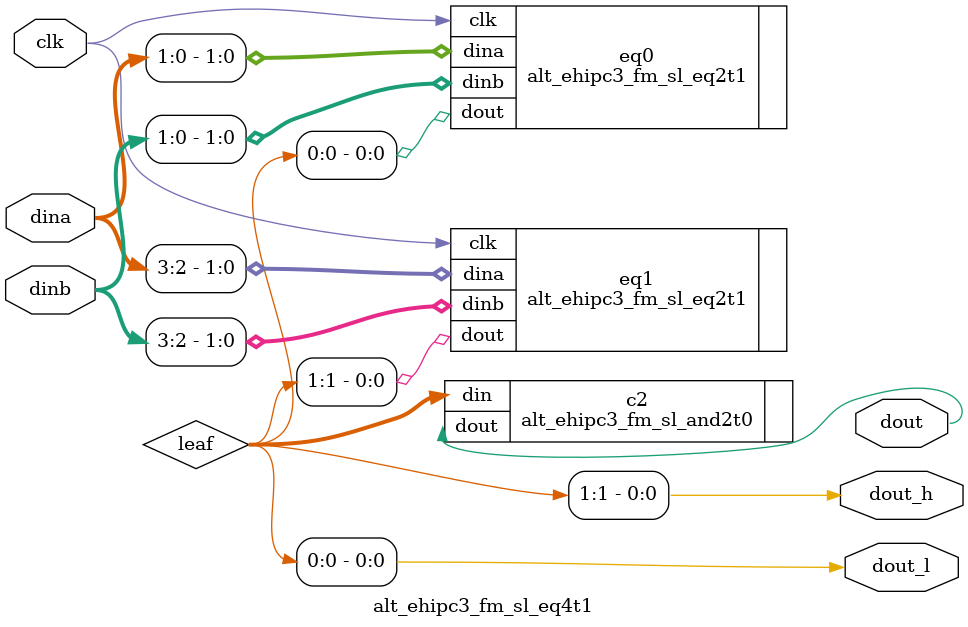
<source format=v>




`timescale 1ps/1ps


module alt_ehipc3_fm_sl_eq4t1 #(
    parameter SIM_EMULATE = 1'b0
) (
    input clk,
    input [3:0] dina,
    input [3:0] dinb,
    output dout,
    output dout_l,
    output dout_h
);

wire [1:0] leaf;

alt_ehipc3_fm_sl_eq2t1 eq0 (
    .clk(clk),
    .dina(dina[1:0]),
    .dinb(dinb[1:0]),
    .dout(leaf[0])
);

defparam eq0 .SIM_EMULATE = SIM_EMULATE;

alt_ehipc3_fm_sl_eq2t1 eq1 (
    .clk(clk),
    .dina(dina[3:2]),
    .dinb(dinb[3:2]),
    .dout(leaf[1])
);

defparam eq1 .SIM_EMULATE = SIM_EMULATE;

alt_ehipc3_fm_sl_and2t0 c2 (
    .din(leaf),
    .dout(dout)
);
defparam c2 .SIM_EMULATE = SIM_EMULATE;

assign dout_l = leaf[0];
assign dout_h = leaf[1];

endmodule

</source>
